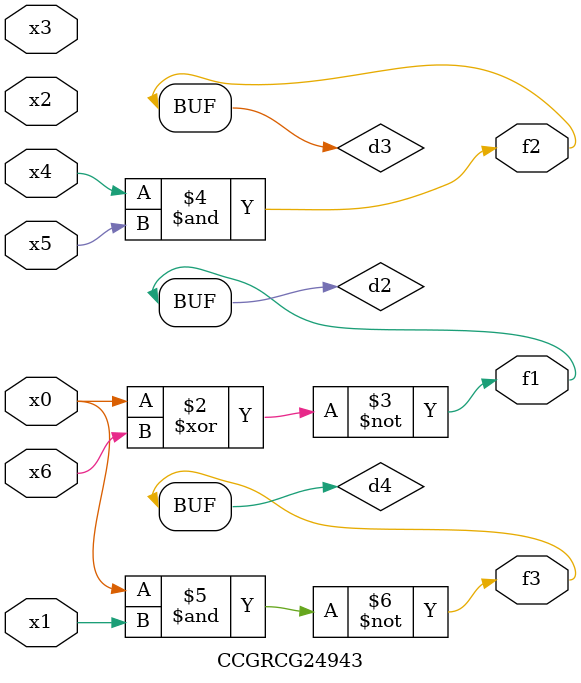
<source format=v>
module CCGRCG24943(
	input x0, x1, x2, x3, x4, x5, x6,
	output f1, f2, f3
);

	wire d1, d2, d3, d4;

	nor (d1, x0);
	xnor (d2, x0, x6);
	and (d3, x4, x5);
	nand (d4, x0, x1);
	assign f1 = d2;
	assign f2 = d3;
	assign f3 = d4;
endmodule

</source>
